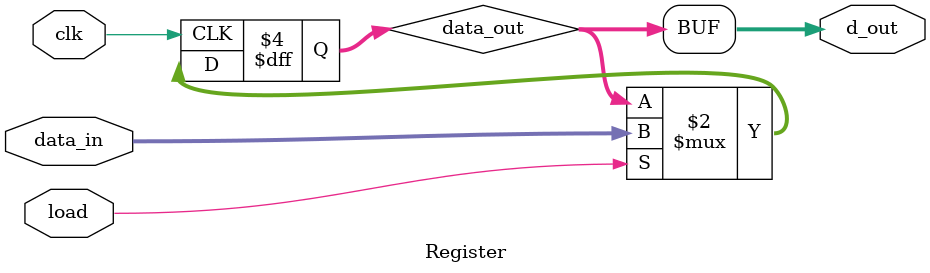
<source format=v>
`timescale 1ns / 1ps


module Register(
input clk,
input [15:0]data_in,
input load,
output [15:0]d_out
    );

 reg[15:0]data_out;

assign d_out = data_out;

 always @(posedge clk)
 begin
 
 if(load)
 begin
 data_out <= data_in;
 end

 end   
endmodule

</source>
